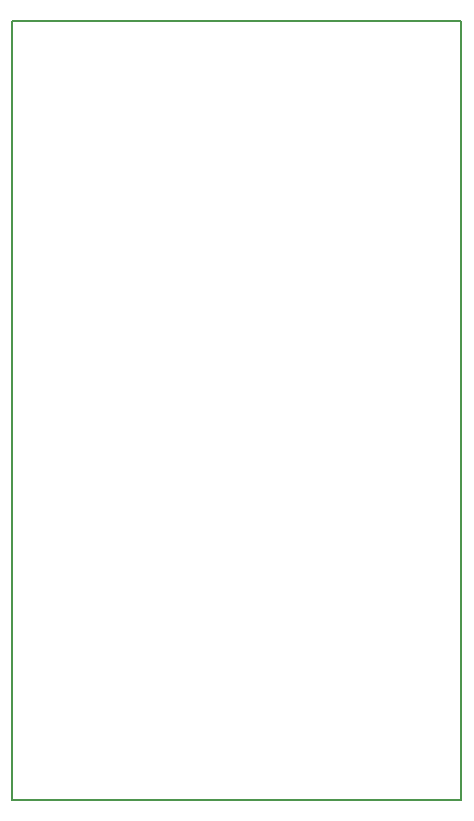
<source format=gm1>
G04 #@! TF.GenerationSoftware,KiCad,Pcbnew,(5.0.2)-1*
G04 #@! TF.CreationDate,2019-04-03T17:46:42+02:00*
G04 #@! TF.ProjectId,Corona_tubeBoard,436f726f-6e61-45f7-9475-6265426f6172,1*
G04 #@! TF.SameCoordinates,Original*
G04 #@! TF.FileFunction,Profile,NP*
%FSLAX46Y46*%
G04 Gerber Fmt 4.6, Leading zero omitted, Abs format (unit mm)*
G04 Created by KiCad (PCBNEW (5.0.2)-1) date 3-4-2019 17:46:42*
%MOMM*%
%LPD*%
G01*
G04 APERTURE LIST*
%ADD10C,0.200000*%
G04 APERTURE END LIST*
D10*
X0Y-66000000D02*
X38000000Y-66000000D01*
X38000000Y0D02*
X38000000Y-66000000D01*
X0Y-66000000D02*
X0Y0D01*
X0Y0D02*
X38000000Y0D01*
M02*

</source>
